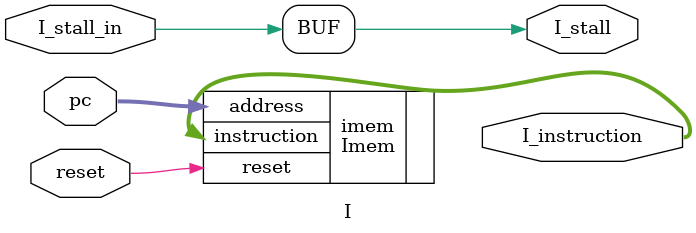
<source format=v>
module I #(parameter ADDRESS_SIZE=32, BOOT_ADDRESS=32'h1000) (

    input reset,
    input [ADDRESS_SIZE-1:0] pc,
    output [ADDRESS_SIZE-1:0] I_instruction,

    input I_stall_in,
    output I_stall);


    Imem #(
        .BOOT_ADDRESS(BOOT_ADDRESS)
    ) imem(
        .reset(reset),
        .address(pc),
        .instruction(I_instruction));

    assign I_stall = I_stall_in;

endmodule

</source>
